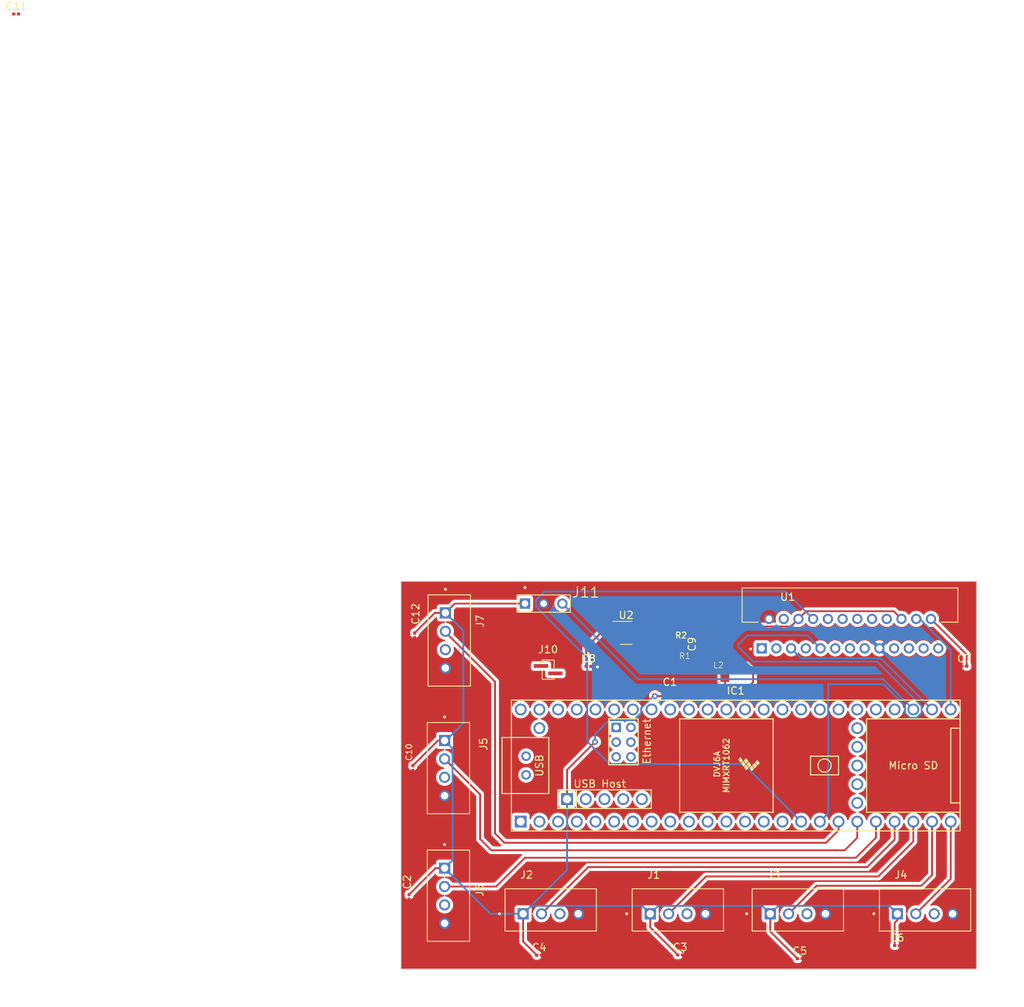
<source format=kicad_pcb>
(kicad_pcb (version 20221018) (generator pcbnew)
  (layers (0 "F.Cu" signal) (31 "B.Cu" signal) (34 "B.Paste" user) (35 "F.Paste" user) (36 "B.SilkS" user "B.Silkscreen") (37 "F.SilkS" user "F.Silkscreen") (38 "B.Mask" user) (39 "F.Mask" user) (44 "Edge.Cuts" user))
  (net 0 "")
  (net 1 "+5V")
  (net 12 "LF_LINE")
  (net 13 "RF_LINE")
  (net 14 "LF_LIR")
  (net 15 "RF_LIR")
  (net 16 "LS_SIR")
  (net 17 "RS_SIR")
  (net 45 "+12V")
  (net 46 "Net-(U2-VBST)")
  (net 47 "GNDS")
  (net 48 "B_LINE")
  (net 49 "M_SPD")
  (net 50 "M_REF")
  (net 51 "Net-(U1-VREG)")
  (net 52 "GND")
  (net 63 "M_IN1")
  (net 64 "M_IN2")
  (net 65 "Net-(J9-Pin_2)")
  (net 67 "Net-(J9-Pin_1)")
  (net 69 "Net-(J8-Pin_2)")
  (net 71 "Net-(J8-Pin_1)")
  (net 78 "Net-(U2-VFB)")
  (net 79 "IR_START")
  (footprint "Capacitor_SMD:C_0201_0603Metric" (layer "F.Cu") (at 0.725 0.375)
    (fp_text reference "C11" (at 0 -1.05) (layer "F.SilkS"))
    (fp_text value "0.1uF")
    (pad "1" smd roundrect (at -0.32 0) (size 0.46 0.4) (layers "F.Cu" "F.Mask") (net 1 "+5V"))
    (pad "2" smd roundrect (at 0.32 0) (size 0.46 0.4) (layers "F.Cu" "F.Mask") (net 47 "GNDS"))
  )
  (footprint "RoboJackets:INDC2012X145N" (layer "F.Cu") (at 96.139 90.424)
    (fp_text reference "L2" (at 0 -1.524 180) (layer "F.SilkS") (effects (font (size 0.8 0.8) (thickness 0.08) bold)))
    (fp_text value "4.7 uH")
    (pad "1" smd rect (at -0.86 0) (size 1.2 1.47) (layers "F.Cu" "F.Paste" "F.Mask") (net 47 "GNDS"))
    (pad "2" smd rect (at 0.86 0) (size 1.2 1.47) (layers "F.Cu" "F.Paste" "F.Mask") (net 1 "+5V"))
  )
  (footprint "RoboJackets:JST_B4B-XH-A_LF__SN_" (layer "F.Cu") (at 106.9188 122.157)
    (fp_text reference "J3" (at -3.275 -4.76) (layer "F.SilkS"))
    (fp_text value "Short IR Sensor 2")
    (fp_line (start -6.2 -2.875) (end 6.2 -2.875) (stroke (width 0.127)) (layer "F.SilkS"))
    (fp_line (start -6.2 2.875) (end -6.2 -2.875) (stroke (width 0.127)) (layer "F.SilkS"))
    (fp_line (start 6.2 -2.875) (end 6.2 2.875) (stroke (width 0.127)) (layer "F.SilkS"))
    (fp_line (start 6.2 2.875) (end -6.2 2.875) (stroke (width 0.127)) (layer "F.SilkS"))
    (fp_circle (center -6.95 0.525) (end -6.85 0.525) (stroke (width 0.2)) (fill none) (layer "F.SilkS"))
    (pad "1" thru_hole rect (at -3.75 0.525) (size 1.508 1.508) (drill 1) (layers "*.Cu" "*.Mask") (net 1 "+5V"))
    (pad "2" thru_hole circle (at -1.25 0.525) (size 1.508 1.508) (drill 1) (layers "*.Cu" "*.Mask") (net 16 "LS_SIR"))
    (pad "3" thru_hole circle (at 1.25 0.525) (size 1.508 1.508) (drill 1) (layers "*.Cu" "*.Mask"))
    (pad "4" thru_hole circle (at 3.75 0.525) (size 1.508 1.508) (drill 1) (layers "*.Cu" "*.Mask") (net 47 "GNDS"))
  )
  (footprint "Capacitor_SMD:C_0201_0603Metric" (layer "F.Cu") (at 54.864 84.836 -90)
    (fp_text reference "C12" (at -2.921 -0.127 90) (layer "F.SilkS"))
    (fp_text value "0.1uF")
    (pad "1" smd roundrect (at -0.32 0 270) (size 0.46 0.4) (layers "F.Cu" "F.Mask") (net 1 "+5V"))
    (pad "2" smd roundrect (at 0.32 0 270) (size 0.46 0.4) (layers "F.Cu" "F.Mask") (net 47 "GNDS"))
  )
  (footprint "Capacitor_SMD:C_0201_0603Metric" (layer "F.Cu") (at 71.7805 128.314)
    (fp_text reference "C4" (at 0 -1.05) (layer "F.SilkS"))
    (fp_text value "0.1uF")
    (pad "1" smd roundrect (at -0.32 0) (size 0.46 0.4) (layers "F.Cu" "F.Mask") (net 1 "+5V"))
    (pad "2" smd roundrect (at 0.32 0) (size 0.46 0.4) (layers "F.Cu" "F.Mask") (net 47 "GNDS"))
  )
  (footprint "Capacitor_SMD:C_0201_0603Metric" (layer "F.Cu") (at 54.102 120.396 -90)
    (fp_text reference "C2" (at -2.032 0.254 90) (layer "F.SilkS"))
    (fp_text value "0.1uF")
    (pad "1" smd roundrect (at -0.32 0 270) (size 0.46 0.4) (layers "F.Cu" "F.Mask") (net 1 "+5V"))
    (pad "2" smd roundrect (at 0.32 0 270) (size 0.46 0.4) (layers "F.Cu" "F.Mask") (net 47 "GNDS"))
  )
  (footprint "RoboJackets:JST_B4B-XH-A_LF__SN_" (layer "F.Cu") (at 124.2 122.157)
    (fp_text reference "J4" (at -3.275 -4.76) (layer "F.SilkS"))
    (fp_text value "Short IR Sensor 1")
    (fp_line (start -6.2 -2.875) (end 6.2 -2.875) (stroke (width 0.127)) (layer "F.SilkS"))
    (fp_line (start -6.2 2.875) (end -6.2 -2.875) (stroke (width 0.127)) (layer "F.SilkS"))
    (fp_line (start 6.2 -2.875) (end 6.2 2.875) (stroke (width 0.127)) (layer "F.SilkS"))
    (fp_line (start 6.2 2.875) (end -6.2 2.875) (stroke (width 0.127)) (layer "F.SilkS"))
    (fp_circle (center -6.95 0.525) (end -6.85 0.525) (stroke (width 0.2)) (fill none) (layer "F.SilkS"))
    (pad "1" thru_hole rect (at -3.75 0.525) (size 1.508 1.508) (drill 1) (layers "*.Cu" "*.Mask") (net 1 "+5V"))
    (pad "2" thru_hole circle (at -1.25 0.525) (size 1.508 1.508) (drill 1) (layers "*.Cu" "*.Mask") (net 17 "RS_SIR"))
    (pad "3" thru_hole circle (at 1.25 0.525) (size 1.508 1.508) (drill 1) (layers "*.Cu" "*.Mask"))
    (pad "4" thru_hole circle (at 3.75 0.525) (size 1.508 1.508) (drill 1) (layers "*.Cu" "*.Mask") (net 47 "GNDS"))
  )
  (footprint "Capacitor_SMD:C_0201_0603Metric" (layer "F.Cu") (at 107.188 128.778)
    (fp_text reference "C5" (at 0 -1.05) (layer "F.SilkS"))
    (fp_text value "0.1uF")
    (pad "1" smd roundrect (at -0.32 0) (size 0.46 0.4) (layers "F.Cu" "F.Mask") (net 1 "+5V"))
    (pad "2" smd roundrect (at 0.32 0) (size 0.46 0.4) (layers "F.Cu" "F.Mask") (net 47 "GNDS"))
  )
  (footprint "Capacitor_SMD:C_0201_0603Metric" (layer "F.Cu") (at 78.486 89.05)
    (fp_text reference "C8" (at 0 -1.05) (layer "F.SilkS"))
    (fp_text value ".1 uF")
    (pad "1" smd roundrect (at -0.32 0) (size 0.46 0.4) (layers "F.Cu" "F.Mask") (net 45 "+12V"))
    (pad "2" smd roundrect (at 0.32 0) (size 0.46 0.4) (layers "F.Cu" "F.Mask") (net 52 "GND"))
  )
  (footprint "RoboJackets:JST_B4B-XH-A_LF__SN_" (layer "F.Cu") (at 90.618 122.157)
    (fp_text reference "J1" (at -3.275 -4.76) (layer "F.SilkS"))
    (fp_text value "Long IR Sensor 1")
    (fp_line (start -6.2 -2.875) (end 6.2 -2.875) (stroke (width 0.127)) (layer "F.SilkS"))
    (fp_line (start -6.2 2.875) (end -6.2 -2.875) (stroke (width 0.127)) (layer "F.SilkS"))
    (fp_line (start 6.2 -2.875) (end 6.2 2.875) (stroke (width 0.127)) (layer "F.SilkS"))
    (fp_line (start 6.2 2.875) (end -6.2 2.875) (stroke (width 0.127)) (layer "F.SilkS"))
    (fp_circle (center -6.95 0.525) (end -6.85 0.525) (stroke (width 0.2)) (fill none) (layer "F.SilkS"))
    (pad "1" thru_hole rect (at -3.75 0.525) (size 1.508 1.508) (drill 1) (layers "*.Cu" "*.Mask") (net 1 "+5V"))
    (pad "2" thru_hole circle (at -1.25 0.525) (size 1.508 1.508) (drill 1) (layers "*.Cu" "*.Mask") (net 15 "RF_LIR"))
    (pad "3" thru_hole circle (at 1.25 0.525) (size 1.508 1.508) (drill 1) (layers "*.Cu" "*.Mask"))
    (pad "4" thru_hole circle (at 3.75 0.525) (size 1.508 1.508) (drill 1) (layers "*.Cu" "*.Mask") (net 47 "GNDS"))
  )
  (footprint "Capacitor_SMD:C_0201_0603Metric" (layer "F.Cu") (at 120.396 127)
    (fp_text reference "C6" (at 0 -1.05) (layer "F.SilkS"))
    (fp_text value "0.1uF")
    (pad "1" smd roundrect (at -0.32 0) (size 0.46 0.4) (layers "F.Cu" "F.Mask") (net 1 "+5V"))
    (pad "2" smd roundrect (at 0.32 0) (size 0.46 0.4) (layers "F.Cu" "F.Mask") (net 47 "GNDS"))
  )
  (footprint "RoboJackets:robo" (layer "F.Cu") (at 88.519 85.09)
    (fp_text reference "R2" (at 2.54 -0.254 unlocked) (layer "F.SilkS") (effects (font (size 0.8 0.8))))
    (fp_text value "50kΩ")
    (pad "1" smd rect (at -0.654399 0) (size 0.858799 0.550799) (layers "F.Cu" "F.Paste" "F.Mask") (net 78 "Net-(U2-VFB)"))
    (pad "2" smd rect (at 0.654399 0) (size 0.858799 0.550799) (layers "F.Cu" "F.Paste" "F.Mask") (net 47 "GNDS"))
    (zone (net 0) (net_name "") (layer "F.Cu") (connect_pads (clearance 0)) (min_thickness 0.254)
      (keepout (tracks not_allowed) (vias not_allowed) (pads allowed) (copperpour not_allowed) (footprints allowed))
      (fill (thermal_gap 0.508) (thermal_bridge_width 0.508))
      (polygon (pts (xy 88.3448 84.8908) (xy 88.6932 84.8908) (xy 88.6932 85.2892) (xy 88.3448 85.2892)))
    )
  )
  (footprint "RoboJackets:JST_B4B-XH-A_LF__SN_" (layer "F.Cu") (at 73.346 122.157)
    (fp_text reference "J2" (at -3.275 -4.76) (layer "F.SilkS"))
    (fp_text value "Long IR Sensor 2")
    (fp_line (start -6.2 -2.875) (end 6.2 -2.875) (stroke (width 0.127)) (layer "F.SilkS"))
    (fp_line (start -6.2 2.875) (end -6.2 -2.875) (stroke (width 0.127)) (layer "F.SilkS"))
    (fp_line (start 6.2 -2.875) (end 6.2 2.875) (stroke (width 0.127)) (layer "F.SilkS"))
    (fp_line (start 6.2 2.875) (end -6.2 2.875) (stroke (width 0.127)) (layer "F.SilkS"))
    (fp_circle (center -6.95 0.525) (end -6.85 0.525) (stroke (width 0.2)) (fill none) (layer "F.SilkS"))
    (pad "1" thru_hole rect (at -3.75 0.525) (size 1.508 1.508) (drill 1) (layers "*.Cu" "*.Mask") (net 1 "+5V"))
    (pad "2" thru_hole circle (at -1.25 0.525) (size 1.508 1.508) (drill 1) (layers "*.Cu" "*.Mask") (net 14 "LF_LIR"))
    (pad "3" thru_hole circle (at 1.25 0.525) (size 1.508 1.508) (drill 1) (layers "*.Cu" "*.Mask"))
    (pad "4" thru_hole circle (at 3.75 0.525) (size 1.508 1.508) (drill 1) (layers "*.Cu" "*.Mask") (net 47 "GNDS"))
  )
  (footprint "Connector_PinSocket_1.00mm:PinSocket_1x02_P1.00mm_Vertical_SMD_Pin1Left" (layer "F.Cu") (at 73 89.5)
    (fp_text reference "J10" (at 0 -2.75) (layer "F.SilkS"))
    (fp_text value "Battery Socket")
    (fp_line (start -1.89 -1.01) (end -0.81 -1.01) (stroke (width 0.12)) (layer "F.SilkS"))
    (fp_line (start -0.81 -1.31) (end -0.81 -1.01) (stroke (width 0.12)) (layer "F.SilkS"))
    (fp_line (start -0.81 -1.31) (end 0.81 -1.31) (stroke (width 0.12)) (layer "F.SilkS"))
    (fp_line (start -0.81 0.01) (end -0.81 1.31) (stroke (width 0.12)) (layer "F.SilkS"))
    (fp_line (start -0.81 1.31) (end 0.81 1.31) (stroke (width 0.12)) (layer "F.SilkS"))
    (fp_line (start 0.81 -1.31) (end 0.81 -0.01) (stroke (width 0.12)) (layer "F.SilkS"))
    (fp_line (start 0.81 1.01) (end 0.81 1.31) (stroke (width 0.12)) (layer "F.SilkS"))
    (pad "1" smd rect (at -0.975 -0.5) (size 1.95 0.5) (layers "F.Cu" "F.Paste" "F.Mask"))
    (pad "2" smd rect (at 0.975 0.5) (size 1.95 0.5) (layers "F.Cu" "F.Paste" "F.Mask"))
  )
  (footprint "RoboJackets:JST_B4B-XH-A_LF__SN_" (layer "F.Cu") (at 59.453 120.2242 -90)
    (fp_text reference "J6" (at -0.75 -4.25 90) (layer "F.SilkS"))
    (fp_text value "Line Sensor 2")
    (fp_line (start -6.2 -2.875) (end 6.2 -2.875) (stroke (width 0.127)) (layer "F.SilkS"))
    (fp_line (start -6.2 2.875) (end -6.2 -2.875) (stroke (width 0.127)) (layer "F.SilkS"))
    (fp_line (start 6.2 -2.875) (end 6.2 2.875) (stroke (width 0.127)) (layer "F.SilkS"))
    (fp_line (start 6.2 2.875) (end -6.2 2.875) (stroke (width 0.127)) (layer "F.SilkS"))
    (fp_circle (center -6.95 0.525) (end -6.85 0.525) (stroke (width 0.2)) (fill none) (layer "F.SilkS"))
    (pad "1" thru_hole rect (at -3.75 0.525 270) (size 1.508 1.508) (drill 1) (layers "*.Cu" "*.Mask") (net 1 "+5V"))
    (pad "2" thru_hole circle (at -1.25 0.525 270) (size 1.508 1.508) (drill 1) (layers "*.Cu" "*.Mask") (net 13 "RF_LINE"))
    (pad "3" thru_hole circle (at 1.25 0.525 270) (size 1.508 1.508) (drill 1) (layers "*.Cu" "*.Mask"))
    (pad "4" thru_hole circle (at 3.75 0.525 270) (size 1.508 1.508) (drill 1) (layers "*.Cu" "*.Mask") (net 47 "GNDS"))
  )
  (footprint "RoboJackets:JST_B4B-XH-A_LF__SN_" (layer "F.Cu") (at 59.453 102.8811 -90)
    (fp_text reference "J5" (at -3.275 -4.76 90) (layer "F.SilkS"))
    (fp_text value "Line Sensor 1")
    (fp_line (start -6.2 -2.875) (end 6.2 -2.875) (stroke (width 0.127)) (layer "F.SilkS"))
    (fp_line (start -6.2 2.875) (end -6.2 -2.875) (stroke (width 0.127)) (layer "F.SilkS"))
    (fp_line (start 6.2 -2.875) (end 6.2 2.875) (stroke (width 0.127)) (layer "F.SilkS"))
    (fp_line (start 6.2 2.875) (end -6.2 2.875) (stroke (width 0.127)) (layer "F.SilkS"))
    (fp_circle (center -6.95 0.525) (end -6.85 0.525) (stroke (width 0.2)) (fill none) (layer "F.SilkS"))
    (pad "1" thru_hole rect (at -3.75 0.525 270) (size 1.508 1.508) (drill 1) (layers "*.Cu" "*.Mask") (net 1 "+5V"))
    (pad "2" thru_hole circle (at -1.25 0.525 270) (size 1.508 1.508) (drill 1) (layers "*.Cu" "*.Mask") (net 12 "LF_LINE"))
    (pad "3" thru_hole circle (at 1.25 0.525 270) (size 1.508 1.508) (drill 1) (layers "*.Cu" "*.Mask"))
    (pad "4" thru_hole circle (at 3.75 0.525 270) (size 1.508 1.508) (drill 1) (layers "*.Cu" "*.Mask") (net 47 "GNDS"))
  )
  (footprint "Capacitor_SMD:C_0201_0603Metric" (layer "F.Cu") (at 90.932 128.27)
    (fp_text reference "C3" (at 0 -1.05) (layer "F.SilkS"))
    (fp_text value "0.1uF")
    (pad "1" smd roundrect (at -0.32 0) (size 0.46 0.4) (layers "F.Cu" "F.Mask") (net 1 "+5V"))
    (pad "2" smd roundrect (at 0.32 0) (size 0.46 0.4) (layers "F.Cu" "F.Mask") (net 47 "GNDS"))
  )
  (footprint "RoboJackets:TO100P2930X465X1937-25" (layer "F.Cu") (at 102 86.6)
    (fp_text reference "U1" (at 3.537 -6.971) (layer "F.SilkS"))
    (fp_text value "TB67H303HG (MD)")
    (fp_line (start -2.65 -8.21) (end 26.65 -8.21) (stroke (width 0.127)) (layer "F.SilkS"))
    (fp_line (start -2.65 -3.56) (end -2.65 -8.21) (stroke (width 0.127)) (layer "F.SilkS"))
    (fp_line (start -2.65 -3.56) (end -0.5 -3.56) (stroke (width 0.127)) (layer "F.SilkS"))
    (fp_line (start 26.65 -8.21) (end 26.65 -3.56) (stroke (width 0.127)) (layer "F.SilkS"))
    (fp_line (start 26.65 -3.56) (end 24.4 -3.56) (stroke (width 0.127)) (layer "F.SilkS"))
    (fp_circle (center -1.5 0.1) (end -1.4 0.1) (stroke (width 0.2)) (fill none) (layer "F.SilkS"))
    (pad "1" thru_hole rect (at 0 0) (size 1.388 1.388) (drill 0.88) (layers "*.Cu" "*.Mask"))
    (pad "2" thru_hole circle (at 1 -4) (size 1.388 1.388) (drill 0.88) (layers "*.Cu" "*.Mask") (net 47 "GNDS"))
    (pad "3" thru_hole circle (at 2 0) (size 1.388 1.388) (drill 0.88) (layers "*.Cu" "*.Mask"))
    (pad "4" thru_hole circle (at 3 -4) (size 1.388 1.388) (drill 0.88) (layers "*.Cu" "*.Mask"))
    (pad "5" thru_hole circle (at 4 0) (size 1.388 1.388) (drill 0.88) (layers "*.Cu" "*.Mask") (net 50 "M_REF"))
    (pad "6" thru_hole circle (at 5 -4) (size 1.388 1.388) (drill 0.88) (layers "*.Cu" "*.Mask") (net 45 "+12V"))
    (pad "7" thru_hole circle (at 6 0) (size 1.388 1.388) (drill 0.88) (layers "*.Cu" "*.Mask"))
    (pad "8" thru_hole circle (at 7 -4) (size 1.388 1.388) (drill 0.88) (layers "*.Cu" "*.Mask") (net 63 "M_IN1"))
    (pad "9" thru_hole circle (at 8 0) (size 1.388 1.388) (drill 0.88) (layers "*.Cu" "*.Mask") (net 64 "M_IN2"))
    (pad "10" thru_hole circle (at 9 -4) (size 1.388 1.388) (drill 0.88) (layers "*.Cu" "*.Mask") (net 65 "Net-(J9-Pin_2)"))
    (pad "11" thru_hole circle (at 10 0) (size 1.388 1.388) (drill 0.88) (layers "*.Cu" "*.Mask"))
    (pad "12" thru_hole circle (at 11 -4) (size 1.388 1.388) (drill 0.88) (layers "*.Cu" "*.Mask") (net 67 "Net-(J9-Pin_1)"))
    (pad "13" thru_hole circle (at 12 0) (size 1.388 1.388) (drill 0.88) (layers "*.Cu" "*.Mask"))
    (pad "14" thru_hole circle (at 13 -4) (size 1.388 1.388) (drill 0.88) (layers "*.Cu" "*.Mask") (net 69 "Net-(J8-Pin_2)"))
    (pad "15" thru_hole circle (at 14 0) (size 1.388 1.388) (drill 0.88) (layers "*.Cu" "*.Mask"))
    (pad "16" thru_hole circle (at 15 -4) (size 1.388 1.388) (drill 0.88) (layers "*.Cu" "*.Mask") (net 71 "Net-(J8-Pin_1)"))
    (pad "17" thru_hole circle (at 16 0) (size 1.388 1.388) (drill 0.88) (layers "*.Cu" "*.Mask") (net 52 "GND"))
    (pad "18" thru_hole circle (at 17 -4) (size 1.388 1.388) (drill 0.88) (layers "*.Cu" "*.Mask"))
    (pad "19" thru_hole circle (at 18 0) (size 1.388 1.388) (drill 0.88) (layers "*.Cu" "*.Mask"))
    (pad "20" thru_hole circle (at 19 -4) (size 1.388 1.388) (drill 0.88) (layers "*.Cu" "*.Mask") (net 45 "+12V"))
    (pad "21" thru_hole circle (at 20 0) (size 1.388 1.388) (drill 0.88) (layers "*.Cu" "*.Mask"))
    (pad "22" thru_hole circle (at 21 -4) (size 1.388 1.388) (drill 0.88) (layers "*.Cu" "*.Mask") (net 49 "M_SPD"))
    (pad "23" thru_hole circle (at 22 0) (size 1.388 1.388) (drill 0.88) (layers "*.Cu" "*.Mask"))
    (pad "24" thru_hole circle (at 23 -4) (size 1.388 1.388) (drill 0.88) (layers "*.Cu" "*.Mask") (net 51 "Net-(U1-VREG)"))
    (pad "25" thru_hole circle (at 24 0) (size 1.388 1.388) (drill 0.88) (layers "*.Cu" "*.Mask"))
  )
  (footprint "Capacitor_SMD:C_0201_0603Metric" (layer "F.Cu") (at 89.408 92.202 180)
    (fp_text reference "C1" (at -0.127 1.016) (layer "F.SilkS"))
    (fp_text value ".1 uF")
    (pad "1" smd roundrect (at -0.32 0 180) (size 0.46 0.4) (layers "F.Cu" "F.Mask") (net 1 "+5V"))
    (pad "2" smd roundrect (at 0.32 0 180) (size 0.46 0.4) (layers "F.Cu" "F.Mask") (net 47 "GNDS"))
  )
  (footprint "Capacitor_SMD:C_0201_0603Metric" (layer "F.Cu") (at 93.599 86.04 90)
    (fp_text reference "C9" (at 0 -1.05 90) (layer "F.SilkS"))
    (fp_text value ".1 uF")
    (pad "1" smd roundrect (at -0.32 0 90) (size 0.46 0.4) (layers "F.Cu" "F.Mask") (net 47 "GNDS"))
    (pad "2" smd roundrect (at 0.32 0 90) (size 0.46 0.4) (layers "F.Cu" "F.Mask") (net 46 "Net-(U2-VBST)"))
  )
  (footprint "RoboJackets:JST_B4B-XH-A_LF__SN_" (layer "F.Cu") (at 59.563 85.531 -90)
    (fp_text reference "J7" (at -2.6235 -4.191 90) (layer "F.SilkS"))
    (fp_text value "Line Sensor 3")
    (fp_line (start -6.2 -2.875) (end 6.2 -2.875) (stroke (width 0.127)) (layer "F.SilkS"))
    (fp_line (start -6.2 2.875) (end -6.2 -2.875) (stroke (width 0.127)) (layer "F.SilkS"))
    (fp_line (start 6.2 -2.875) (end 6.2 2.875) (stroke (width 0.127)) (layer "F.SilkS"))
    (fp_line (start 6.2 2.875) (end -6.2 2.875) (stroke (width 0.127)) (layer "F.SilkS"))
    (fp_circle (center -6.95 0.525) (end -6.85 0.525) (stroke (width 0.2)) (fill none) (layer "F.SilkS"))
    (pad "1" thru_hole rect (at -3.75 0.525 270) (size 1.508 1.508) (drill 1) (layers "*.Cu" "*.Mask") (net 1 "+5V"))
    (pad "2" thru_hole circle (at -1.25 0.525 270) (size 1.508 1.508) (drill 1) (layers "*.Cu" "*.Mask") (net 48 "B_LINE"))
    (pad "3" thru_hole circle (at 1.25 0.525 270) (size 1.508 1.508) (drill 1) (layers "*.Cu" "*.Mask"))
    (pad "4" thru_hole circle (at 3.75 0.525 270) (size 1.508 1.508) (drill 1) (layers "*.Cu" "*.Mask") (net 47 "GNDS"))
  )
  (footprint "RoboJackets:TE_5-146280-3" (layer "F.Cu") (at 72.39 80.518)
    (fp_text reference "J11" (at 5.715 -1.524) (layer "F.SilkS") (effects (font (size 1.40252 1.40252))))
    (fp_text value "IR Start Module")
    (fp_line (start -3.61 -1.17) (end 3.61 -1.17) (stroke (width 0.127)) (layer "F.SilkS"))
    (fp_line (start -3.61 1.17) (end -3.61 -1.17) (stroke (width 0.127)) (layer "F.SilkS"))
    (fp_line (start 3.61 -1.17) (end 3.61 1.17) (stroke (width 0.127)) (layer "F.SilkS"))
    (fp_line (start 3.61 1.17) (end -3.61 1.17) (stroke (width 0.127)) (layer "F.SilkS"))
    (fp_circle (center -2.54 -2.17) (end -2.44 -2.17) (stroke (width 0.2)) (fill none) (layer "F.SilkS"))
    (pad "1" thru_hole rect (at -2.54 0) (size 1.398 1.398) (drill 0.89) (layers "*.Cu" "*.Mask") (net 1 "+5V"))
    (pad "2" thru_hole circle (at 0 0) (size 1.398 1.398) (drill 0.89) (layers "*.Cu" "*.Mask") (net 47 "GNDS"))
    (pad "3" thru_hole circle (at 2.54 0) (size 1.398 1.398) (drill 0.89) (layers "*.Cu" "*.Mask") (net 79 "IR_START"))
  )
  (footprint "RoboJackets:RESC1608X50N" (layer "F.Cu") (at 91.567 88.9)
    (fp_text reference "R1" (at 0 -1.27 180) (layer "F.SilkS") (effects (font (size 0.8 0.8) (thickness 0.08))))
    (fp_text value "5kΩ")
    (pad "1" smd rect (at -0.79 0) (size 0.94 1.02) (layers "F.Cu" "F.Paste" "F.Mask") (net 78 "Net-(U2-VFB)"))
    (pad "2" smd rect (at 0.79 0) (size 0.94 1.02) (layers "F.Cu" "F.Paste" "F.Mask") (net 1 "+5V"))
  )
  (footprint "Capacitor_SMD:C_0201_0603Metric" (layer "F.Cu") (at 54.61 102.87 -90)
    (fp_text reference "C10" (at -2.159 0.508 90) (layer "F.SilkS") (effects (font (size 0.8 0.8) (thickness 0.125))))
    (fp_text value "0.1uF")
    (pad "1" smd roundrect (at -0.32 0 270) (size 0.46 0.4) (layers "F.Cu" "F.Mask") (net 1 "+5V"))
    (pad "2" smd roundrect (at 0.32 0 270) (size 0.46 0.4) (layers "F.Cu" "F.Mask") (net 47 "GNDS"))
  )
  (footprint "Capacitor_SMD:C_0201_0603Metric" (layer "F.Cu") (at 129.54 89.027)
    (fp_text reference "C7" (at 0 -1.05) (layer "F.SilkS"))
    (fp_text value "0.1uF")
    (pad "1" smd roundrect (at -0.32 0) (size 0.46 0.4) (layers "F.Cu" "F.Mask") (net 47 "GNDS"))
    (pad "2" smd roundrect (at 0.32 0) (size 0.46 0.4) (layers "F.Cu" "F.Mask") (net 51 "Net-(U1-VREG)"))
  )
  (footprint "Package_TO_SOT_SMD:SOT-23-6" (layer "F.Cu") (at 83.595 84.5)
    (fp_text reference "U2" (at 0 -2.4) (layer "F.SilkS"))
    (fp_text value "TPS562200 (VR)")
    (fp_line (start 0 -1.56) (end -1.8 -1.56) (stroke (width 0.12)) (layer "F.SilkS"))
    (fp_line (start 0 -1.56) (end 0.8 -1.56) (stroke (width 0.12)) (layer "F.SilkS"))
    (fp_line (start 0 1.56) (end -0.8 1.56) (stroke (width 0.12)) (layer "F.SilkS"))
    (fp_line (start 0 1.56) (end 0.8 1.56) (stroke (width 0.12)) (layer "F.SilkS"))
    (pad "1" smd roundrect (at -1.1375 -0.95) (size 1.325 0.6) (layers "F.Cu" "F.Paste" "F.Mask") (net 47 "GNDS"))
    (pad "2" smd roundrect (at -1.1375 0) (size 1.325 0.6) (layers "F.Cu" "F.Paste" "F.Mask") (net 47 "GNDS"))
    (pad "3" smd roundrect (at -1.1375 0.95) (size 1.325 0.6) (layers "F.Cu" "F.Paste" "F.Mask") (net 45 "+12V"))
    (pad "4" smd roundrect (at 1.1375 0.95) (size 1.325 0.6) (layers "F.Cu" "F.Paste" "F.Mask") (net 78 "Net-(U2-VFB)"))
    (pad "5" smd roundrect (at 1.1375 0) (size 1.325 0.6) (layers "F.Cu" "F.Paste" "F.Mask") (net 45 "+12V"))
    (pad "6" smd roundrect (at 1.1375 -0.95) (size 1.325 0.6) (layers "F.Cu" "F.Paste" "F.Mask") (net 46 "Net-(U2-VBST)"))
  )
  (footprint "Teensy Lib:TEENSY41" (layer "F.Cu") (at 98.48 102.53)
    (fp_text reference "IC1" (at 0 -10.16) (layer "F.SilkS"))
    (fp_text value "TEENSY_4.1")
    (fp_text user "Micro SD" (at 24.13 0) (layer "F.SilkS"))
    (fp_text user "Ethernet" (at -12.065 -3.2766 90) (layer "F.SilkS"))
    (fp_text user "USB Host" (at -18.4658 2.4892) (layer "F.SilkS"))
    (fp_text user "DVJ6A" (at -2.54 -0.18 270) (layer "F.SilkS") (effects (font (size 0.8 0.8))))
    (fp_text user "USB" (at -26.67 0 270) (layer "F.SilkS"))
    (fp_text user "MIMXRT1062" (at -1.27 0 270) (layer "F.SilkS") (effects (font (size 0.8 0.8))))
    (fp_line (start -31.75 -3.81) (end -30.48 -3.81) (stroke (width 0.15)) (layer "F.SilkS"))
    (fp_line (start -31.75 3.81) (end -31.75 -3.81) (stroke (width 0.15)) (layer "F.SilkS"))
    (fp_line (start -30.48 -8.89) (end 30.48 -8.89) (stroke (width 0.15)) (layer "F.SilkS"))
    (fp_line (start -30.48 3.81) (end -31.75 3.81) (stroke (width 0.15)) (layer "F.SilkS"))
    (fp_line (start -30.48 8.89) (end -30.48 -8.89) (stroke (width 0.15)) (layer "F.SilkS"))
    (fp_line (start -25.4 -3.81) (end -30.48 -3.81) (stroke (width 0.15)) (layer "F.SilkS"))
    (fp_line (start -25.4 3.81) (end -30.48 3.81) (stroke (width 0.15)) (layer "F.SilkS"))
    (fp_line (start -25.4 3.81) (end -25.4 -3.81) (stroke (width 0.15)) (layer "F.SilkS"))
    (fp_line (start -24.1808 3.2992) (end -21.6408 3.2992) (stroke (width 0.15)) (layer "F.SilkS"))
    (fp_line (start -24.1808 3.2992) (end -11.4808 3.2992) (stroke (width 0.15)) (layer "F.SilkS"))
    (fp_line (start -24.1808 5.8392) (end -24.1808 3.2992) (stroke (width 0.15)) (layer "F.SilkS"))
    (fp_line (start -21.6408 3.2992) (end -21.6408 5.8392) (stroke (width 0.15)) (layer "F.SilkS"))
    (fp_line (start -17.25 -6.3516) (end -17.25 -6.1016) (stroke (width 0.15)) (layer "F.SilkS"))
    (fp_line (start -17.25 -6.1016) (end -17.25 -0.1016) (stroke (width 0.15)) (layer "F.SilkS"))
    (fp_line (start -17.25 -0.1016) (end -13.25 -0.1016) (stroke (width 0.15)) (layer "F.SilkS"))
    (fp_line (start -13.25 -6.3516) (end -17.25 -6.3516) (stroke (width 0.15)) (layer "F.SilkS"))
    (fp_line (start -13.25 -0.1016) (end -13.25 -6.3516) (stroke (width 0.15)) (layer "F.SilkS"))
    (fp_line (start -11.4808 3.2992) (end -11.4808 5.8392) (stroke (width 0.15)) (layer "F.SilkS"))
    (fp_line (start -11.4808 5.8392) (end -24.1808 5.8392) (stroke (width 0.15)) (layer "F.SilkS"))
    (fp_line (start -7.62 -6.35) (end -7.62 6.35) (stroke (width 0.15)) (layer "F.SilkS"))
    (fp_line (start -7.62 6.35) (end 5.08 6.35) (stroke (width 0.15)) (layer "F.SilkS"))
    (fp_line (start 5.08 -6.35) (end -7.62 -6.35) (stroke (width 0.15)) (layer "F.SilkS"))
    (fp_line (start 5.08 6.35) (end 5.08 -6.35) (stroke (width 0.15)) (layer "F.SilkS"))
    (fp_line (start 10.16 -1.27) (end 13.97 -1.27) (stroke (width 0.15)) (layer "F.SilkS"))
    (fp_line (start 10.16 1.27) (end 10.16 -1.27) (stroke (width 0.15)) (layer "F.SilkS"))
    (fp_line (start 13.97 -1.27) (end 13.97 1.27) (stroke (width 0.15)) (layer "F.SilkS"))
    (fp_line (start 13.97 1.27) (end 10.16 1.27) (stroke (width 0.15)) (layer "F.SilkS"))
    (fp_line (start 17.78 -6.35) (end 17.78 6.35) (stroke (width 0.15)) (layer "F.SilkS"))
    (fp_line (start 17.78 6.35) (end 30.48 6.35) (stroke (width 0.15)) (layer "F.SilkS"))
    (fp_line (start 29.21 -5.08) (end 29.21 5.08) (stroke (width 0.15)) (layer "F.SilkS"))
    (fp_line (start 29.21 5.08) (end 30.48 5.08) (stroke (width 0.15)) (layer "F.SilkS"))
    (fp_line (start 30.48 -8.89) (end 30.48 8.89) (stroke (width 0.15)) (layer "F.SilkS"))
    (fp_line (start 30.48 -6.35) (end 17.78 -6.35) (stroke (width 0.15)) (layer "F.SilkS"))
    (fp_line (start 30.48 -5.08) (end 29.21 -5.08) (stroke (width 0.15)) (layer "F.SilkS"))
    (fp_line (start 30.48 8.89) (end -30.48 8.89) (stroke (width 0.15)) (layer "F.SilkS"))
    (fp_circle (center 12.065 0) (end 12.7 -0.635) (stroke (width 0.15)) (fill none) (layer "F.SilkS"))
    (fp_poly (pts (xy 0.911 -0.688) (xy 0.657 -0.434) (xy 0.403 -0.815) (xy 0.657 -1.069)) (stroke (width 0.1)) (fill solid) (layer "F.SilkS"))
    (fp_poly (pts (xy 1.292 -0.18) (xy 1.038 0.074) (xy 0.784 -0.307) (xy 1.038 -0.561)) (stroke (width 0.1)) (fill solid) (layer "F.SilkS"))
    (fp_poly (pts (xy 1.673 -0.561) (xy 1.419 -0.307) (xy 1.165 -0.688) (xy 1.419 -0.942)) (stroke (width 0.1)) (fill solid) (layer "F.SilkS"))
    (fp_poly (pts (xy 1.673 0.328) (xy 1.419 0.582) (xy 1.165 0.201) (xy 1.419 -0.053)) (stroke (width 0.1)) (fill solid) (layer "F.SilkS"))
    (fp_poly (pts (xy 2.054 -0.053) (xy 1.8 0.201) (xy 1.546 -0.18) (xy 1.8 -0.434)) (stroke (width 0.1)) (fill solid) (layer "F.SilkS"))
    (fp_poly (pts (xy 2.435 0.455) (xy 2.181 0.709) (xy 1.927 0.328) (xy 2.181 0.074)) (stroke (width 0.1)) (fill solid) (layer "F.SilkS"))
    (fp_poly (pts (xy 2.816 0.074) (xy 2.562 0.328) (xy 2.308 -0.053) (xy 2.562 -0.307)) (stroke (width 0.1)) (fill solid) (layer "F.SilkS"))
    (fp_poly (pts (xy 3.197 -0.307) (xy 2.943 -0.053) (xy 2.689 -0.434) (xy 2.943 -0.688)) (stroke (width 0.1)) (fill solid) (layer "F.SilkS"))
    (pad "1" thru_hole rect (at -29.21 7.62) (size 1.6 1.6) (drill 1.1) (layers "*.Cu" "*.Mask"))
    (pad "2" thru_hole circle (at -26.67 7.62) (size 1.6 1.6) (drill 1.1) (layers "*.Cu" "*.Mask"))
    (pad "3" thru_hole circle (at -24.13 7.62) (size 1.6 1.6) (drill 1.1) (layers "*.Cu" "*.Mask"))
    (pad "4" thru_hole circle (at -21.59 7.62) (size 1.6 1.6) (drill 1.1) (layers "*.Cu" "*.Mask"))
    (pad "5" thru_hole circle (at -19.05 7.62) (size 1.6 1.6) (drill 1.1) (layers "*.Cu" "*.Mask"))
    (pad "6" thru_hole circle (at -16.51 7.62) (size 1.6 1.6) (drill 1.1) (layers "*.Cu" "*.Mask"))
    (pad "7" thru_hole circle (at -13.97 7.62) (size 1.6 1.6) (drill 1.1) (layers "*.Cu" "*.Mask"))
    (pad "8" thru_hole circle (at -11.43 7.62) (size 1.6 1.6) (drill 1.1) (layers "*.Cu" "*.Mask"))
    (pad "9" thru_hole circle (at -8.89 7.62) (size 1.6 1.6) (drill 1.1) (layers "*.Cu" "*.Mask"))
    (pad "10" thru_hole circle (at -6.35 7.62) (size 1.6 1.6) (drill 1.1) (layers "*.Cu" "*.Mask"))
    (pad "11" thru_hole circle (at -3.81 7.62) (size 1.6 1.6) (drill 1.1) (layers "*.Cu" "*.Mask"))
    (pad "12" thru_hole circle (at -1.27 7.62) (size 1.6 1.6) (drill 1.1) (layers "*.Cu" "*.Mask"))
    (pad "13" thru_hole circle (at 1.27 7.62) (size 1.6 1.6) (drill 1.1) (layers "*.Cu" "*.Mask"))
    (pad "14" thru_hole circle (at 3.81 7.62) (size 1.6 1.6) (drill 1.1) (layers "*.Cu" "*.Mask"))
    (pad "15" thru_hole circle (at 6.35 7.62) (size 1.6 1.6) (drill 1.1) (layers "*.Cu" "*.Mask"))
    (pad "16" thru_hole circle (at 8.89 7.62) (size 1.6 1.6) (drill 1.1) (layers "*.Cu" "*.Mask") (net 63 "M_IN1"))
    (pad "17" thru_hole circle (at 11.43 7.62) (size 1.6 1.6) (drill 1.1) (layers "*.Cu" "*.Mask") (net 64 "M_IN2"))
    (pad "18" thru_hole circle (at 13.97 7.62) (size 1.6 1.6) (drill 1.1) (layers "*.Cu" "*.Mask") (net 48 "B_LINE"))
    (pad "19" thru_hole circle (at 16.51 7.62) (size 1.6 1.6) (drill 1.1) (layers "*.Cu" "*.Mask") (net 12 "LF_LINE"))
    (pad "20" thru_hole circle (at 19.05 7.62) (size 1.6 1.6) (drill 1.1) (layers "*.Cu" "*.Mask") (net 13 "RF_LINE"))
    (pad "21" thru_hole circle (at 21.59 7.62) (size 1.6 1.6) (drill 1.1) (layers "*.Cu" "*.Mask") (net 14 "LF_LIR"))
    (pad "22" thru_hole circle (at 24.13 7.62) (size 1.6 1.6) (drill 1.1) (layers "*.Cu" "*.Mask") (net 15 "RF_LIR"))
    (pad "23" thru_hole circle (at 26.67 7.62) (size 1.6 1.6) (drill 1.1) (layers "*.Cu" "*.Mask") (net 16 "LS_SIR"))
    (pad "24" thru_hole circle (at 29.21 7.62) (size 1.6 1.6) (drill 1.1) (layers "*.Cu" "*.Mask") (net 17 "RS_SIR"))
    (pad "25" thru_hole circle (at 29.21 -7.62) (size 1.6 1.6) (drill 1.1) (layers "*.Cu" "*.Mask") (net 49 "M_SPD"))
    (pad "26" thru_hole circle (at 26.67 -7.62) (size 1.6 1.6) (drill 1.1) (layers "*.Cu" "*.Mask") (net 50 "M_REF"))
    (pad "27" thru_hole circle (at 24.13 -7.62) (size 1.6 1.6) (drill 1.1) (layers "*.Cu" "*.Mask") (net 79 "IR_START"))
    (pad "28" thru_hole circle (at 21.59 -7.62) (size 1.6 1.6) (drill 1.1) (layers "*.Cu" "*.Mask"))
    (pad "29" thru_hole circle (at 19.05 -7.62) (size 1.6 1.6) (drill 1.1) (layers "*.Cu" "*.Mask"))
    (pad "30" thru_hole circle (at 16.51 -7.62) (size 1.6 1.6) (drill 1.1) (layers "*.Cu" "*.Mask"))
    (pad "31" thru_hole circle (at 13.97 -7.62) (size 1.6 1.6) (drill 1.1) (layers "*.Cu" "*.Mask"))
    (pad "32" thru_hole circle (at 11.43 -7.62) (size 1.6 1.6) (drill 1.1) (layers "*.Cu" "*.Mask"))
    (pad "33" thru_hole circle (at 8.89 -7.62) (size 1.6 1.6) (drill 1.1) (layers "*.Cu" "*.Mask"))
    (pad "34" thru_hole circle (at 6.35 -7.62) (size 1.6 1.6) (drill 1.1) (layers "*.Cu" "*.Mask"))
    (pad "35" thru_hole circle (at 3.81 -7.62) (size 1.6 1.6) (drill 1.1) (layers "*.Cu" "*.Mask"))
    (pad "36" thru_hole circle (at 1.27 -7.62) (size 1.6 1.6) (drill 1.1) (layers "*.Cu" "*.Mask"))
    (pad "37" thru_hole circle (at -1.27 -7.62) (size 1.6 1.6) (drill 1.1) (layers "*.Cu" "*.Mask"))
    (pad "38" thru_hole circle (at -3.81 -7.62) (size 1.6 1.6) (drill 1.1) (layers "*.Cu" "*.Mask"))
    (pad "39" thru_hole circle (at -6.35 -7.62) (size 1.6 1.6) (drill 1.1) (layers "*.Cu" "*.Mask"))
    (pad "40" thru_hole circle (at -8.89 -7.62) (size 1.6 1.6) (drill 1.1) (layers "*.Cu" "*.Mask"))
    (pad "41" thru_hole circle (at -11.43 -7.62) (size 1.6 1.6) (drill 1.1) (layers "*.Cu" "*.Mask"))
    (pad "42" thru_hole circle (at -13.97 -7.62) (size 1.6 1.6) (drill 1.1) (layers "*.Cu" "*.Mask"))
    (pad "43" thru_hole circle (at -16.51 -7.62) (size 1.6 1.6) (drill 1.1) (layers "*.Cu" "*.Mask"))
    (pad "44" thru_hole circle (at -19.05 -7.62) (size 1.6 1.6) (drill 1.1) (layers "*.Cu" "*.Mask"))
    (pad "45" thru_hole circle (at -21.59 -7.62) (size 1.6 1.6) (drill 1.1) (layers "*.Cu" "*.Mask"))
    (pad "46" thru_hole circle (at -24.13 -7.62) (size 1.6 1.6) (drill 1.1) (layers "*.Cu" "*.Mask"))
    (pad "47" thru_hole circle (at -26.67 -7.62) (size 1.6 1.6) (drill 1.1) (layers "*.Cu" "*.Mask"))
    (pad "48" thru_hole circle (at -29.21 -7.62) (size 1.6 1.6) (drill 1.1) (layers "*.Cu" "*.Mask"))
    (pad "49" thru_hole circle (at -26.67 -5.08) (size 1.6 1.6) (drill 1.1) (layers "*.Cu" "*.Mask"))
    (pad "50" thru_hole circle (at 16.51 5.08) (size 1.6 1.6) (drill 1.1) (layers "*.Cu" "*.Mask"))
    (pad "51" thru_hole circle (at 16.51 2.54) (size 1.6 1.6) (drill 1.1) (layers "*.Cu" "*.Mask"))
    (pad "52" thru_hole circle (at 16.51 0) (size 1.6 1.6) (drill 1.1) (layers "*.Cu" "*.Mask"))
    (pad "53" thru_hole circle (at 16.51 -2.54) (size 1.6 1.6) (drill 1.1) (layers "*.Cu" "*.Mask"))
    (pad "54" thru_hole circle (at 16.51 -5.08) (size 1.6 1.6) (drill 1.1) (layers "*.Cu" "*.Mask"))
    (pad "55" thru_hole rect (at -22.9108 4.5692) (size 1.6 1.6) (drill 1.1) (layers "*.Cu" "*.Mask") (net 1 "+5V"))
    (pad "56" thru_hole circle (at -20.3708 4.5692) (size 1.6 1.6) (drill 1.1) (layers "*.Cu" "*.Mask"))
    (pad "57" thru_hole circle (at -17.8308 4.5692) (size 1.6 1.6) (drill 1.1) (layers "*.Cu" "*.Mask"))
    (pad "58" thru_hole circle (at -15.2908 4.5692) (size 1.6 1.6) (drill 1.1) (layers "*.Cu" "*.Mask"))
    (pad "59" thru_hole circle (at -12.7508 4.5692) (size 1.6 1.6) (drill 1.1) (layers "*.Cu" "*.Mask"))
    (pad "60" thru_hole rect (at -16.24 -5.1816) (size 1.3 1.3) (drill 0.8) (layers "*.Cu" "*.Mask"))
    (pad "61" thru_hole circle (at -16.24 -3.1816) (size 1.3 1.3) (drill 0.8) (layers "*.Cu" "*.Mask"))
    (pad "62" thru_hole circle (at -16.24 -1.1816) (size 1.3 1.3) (drill 0.8) (layers "*.Cu" "*.Mask"))
    (pad "63" thru_hole circle (at -14.24 -1.1816) (size 1.3 1.3) (drill 0.8) (layers "*.Cu" "*.Mask"))
    (pad "64" thru_hole circle (at -14.24 -3.1816) (size 1.3 1.3) (drill 0.8) (layers "*.Cu" "*.Mask"))
    (pad "65" thru_hole circle (at -14.24 -5.1816) (size 1.3 1.3) (drill 0.8) (layers "*.Cu" "*.Mask"))
    (pad "66" thru_hole circle (at -28.48 -1.27) (size 1.3 1.3) (drill 0.8) (layers "*.Cu" "*.Mask"))
    (pad "67" thru_hole circle (at -28.48 1.27) (size 1.3 1.3) (drill 0.8) (layers "*.Cu" "*.Mask"))
  )
  (gr_rect (start 53 77.5) (end 131.2 130.2) (stroke (width 0.1)) (fill none) (layer "Edge.Cuts"))
  (segment (start 97.028 90.588) (end 97.028 91.694) (width 0.25) (layer "F.Cu") (net 1))
  (segment (start 58.928 116.4742) (end 58.928 116.474) (width 0.25) (layer "F.Cu") (net 1))
  (segment (start 103.169 125.079) (end 106.868 128.778) (width 0.25) (layer "F.Cu") (net 1))
  (segment (start 58.0289 99.1311) (end 54.61 102.55) (width 0.25) (layer "F.Cu") (net 1))
  (segment (start 99.822 92.202) (end 96.52 92.202) (width 0.25) (layer "F.Cu") (net 1))
  (segment (start 75.5692 103.12) (end 79.375 99.314) (width 0.25) (layer "F.Cu") (net 1))
  (segment (start 96.52 92.202) (end 89.728 92.202) (width 0.25) (layer "F.Cu") (net 1))
  (segment (start 99.949 88.9) (end 100.838 89.789) (width 0.25) (layer "F.Cu") (net 1))
  (segment (start 69.596 122.682) (end 69.596 126.45) (width 0.25) (layer "F.Cu") (net 1))
  (segment (start 100.838 89.789) (end 100.838 91.186) (width 0.25) (layer "F.Cu") (net 1))
  (segment (start 86.868 122.682) (end 86.868 124.526) (width 0.25) (layer "F.Cu") (net 1))
  (segment (start 103.169 122.682) (end 103.169 125.079) (width 0.25) (layer "F.Cu") (net 1))
  (segment (start 89.03 93.091) (end 87.503 93.091) (width 0.25) (layer "F.Cu") (net 1))
  (segment (start 57.599 81.781) (end 54.864 84.516) (width 0.25) (layer "F.Cu") (net 1))
  (segment (start 120.45 123.525) (end 120.076 123.899) (width 0.25) (layer "F.Cu") (net 1))
  (segment (start 58.928 116.474) (end 57.7038 116.474) (width 0.25) (layer "F.Cu") (net 1))
  (segment (start 92.357 88.9) (end 99.949 88.9) (width 0.25) (layer "F.Cu") (net 1))
  (segment (start 75.5692 107.099) (end 75.5692 103.12) (width 0.25) (layer "F.Cu") (net 1))
  (segment (start 57.7038 116.474) (end 54.102 120.076) (width 0.25) (layer "F.Cu") (net 1))
  (segment (start 97.028 91.694) (end 96.52 92.202) (width 0.25) (layer "F.Cu") (net 1))
  (segment (start 120.45 122.682) (end 120.45 123.525) (width 0.25) (layer "F.Cu") (net 1))
  (segment (start 59.038 81.781) (end 57.599 81.781) (width 0.25) (layer "F.Cu") (net 1))
  (segment (start 103.1688 122.682) (end 103.169 122.682) (width 0.25) (layer "F.Cu") (net 1))
  (segment (start 96.999 90.424) (end 96.999 90.559) (width 0.25) (layer "F.Cu") (net 1))
  (segment (start 100.838 91.186) (end 99.822 92.202) (width 0.25) (layer "F.Cu") (net 1))
  (segment (start 60.301 80.518) (end 59.038 81.781) (width 0.25) (layer "F.Cu") (net 1))
  (segment (start 58.928 99.1311) (end 58.0289 99.1311) (width 0.25) (layer "F.Cu") (net 1))
  (segment (start 89.728 92.393) (end 89.03 93.091) (width 0.25) (layer "F.Cu") (net 1))
  (segment (start 69.85 80.518) (end 60.301 80.518) (width 0.25) (layer "F.Cu") (net 1))
  (segment (start 120.076 123.899) (end 120.076 127) (width 0.25) (layer "F.Cu") (net 1))
  (segment (start 86.868 124.526) (end 90.612 128.27) (width 0.25) (layer "F.Cu") (net 1))
  (segment (start 96.999 90.559) (end 97.028 90.588) (width 0.25) (layer "F.Cu") (net 1))
  (segment (start 75.5692 107.099) (end 75.5692 107.0992) (width 0.25) (layer "F.Cu") (net 1))
  (segment (start 69.596 126.45) (end 71.4605 128.314) (width 0.25) (layer "F.Cu") (net 1))
  (segment (start 89.728 92.202) (end 89.728 92.393) (width 0.25) (layer "F.Cu") (net 1))
  (via (at 87.503 93.091) (size 0.8) (drill 0.4) (layers "F.Cu" "B.Cu") (net 1))
  (via (at 79.375 99.314) (size 0.8) (drill 0.4) (layers "F.Cu" "B.Cu") (net 1))
  (segment (start 60.007 115.395) (end 60.007 100.21) (width 0.25) (layer "B.Cu") (net 1))
  (segment (start 61.468 84.211) (end 59.038 81.781) (width 0.25) (layer "B.Cu") (net 1))
  (segment (start 84.6376 96.3734) (end 81.265 96.3734) (width 0.25) (layer "B.Cu") (net 1))
  (segment (start 59.751 117.297) (end 58.928 116.474) (width 0.25) (layer "B.Cu") (net 1))
  (segment (start 59.751 117.297) (end 59.7508 117.297) (width 0.25) (layer "B.Cu") (net 1))
  (segment (start 85.635 95.376) (end 84.6376 96.3734) (width 0.25) (layer "B.Cu") (net 1))
  (segment (start 59.3393 116.886) (end 58.928 116.474) (width 0.25) (layer "B.Cu") (net 1))
  (segment (start 69.596 122.682) (end 70.675 121.603) (width 0.25) (layer "B.Cu") (net 1))
  (segment (start 119.371 121.603) (end 120.45 122.682) (width 0.25) (layer "B.Cu") (net 1))
  (segment (start 75.5692 107.0992) (end 75.5692 116.709) (width 0.25) (layer "B.Cu") (net 1))
  (segment (start 87.503 93.091) (end 87.278 93.091) (width 0.25) (layer "B.Cu") (net 1))
  (segment (start 69.596 122.682) (end 65.1358 122.682) (width 0.25) (layer "B.Cu") (net 1))
  (segment (start 103.1688 122.6818) (end 103.1688 122.682) (width 0.25) (layer "B.Cu") (net 1))
  (segment (start 104.248 121.603) (end 119.371 121.603) (width 0.25) (layer "B.Cu") (net 1))
  (segment (start 75.5692 116.709) (end 70.675 121.603) (width 0.25) (layer "B.Cu") (net 1))
  (segment (start 59.3394 116.886) (end 59.1337 116.68) (width 0.25) (layer "B.Cu") (net 1))
  (segment (start 59.1109 99.1311) (end 58.928 99.1311) (width 0.25) (layer "B.Cu") (net 1))
  (segment (start 79.375 98.2634) (end 79.375 99.314) (width 0.25) (layer "B.Cu") (net 1))
  (segment (start 65.1358 122.682) (end 59.751 117.297) (width 0.25) (layer "B.Cu") (net 1))
  (segment (start 85.789 121.603) (end 86.868 122.682) (width 0.25) (layer "B.Cu") (net 1))
  (segment (start 87.278 93.091) (end 85.635 94.734) (width 0.25) (layer "B.Cu") (net 1))
  (segment (start 81.265 96.3734) (end 79.375 98.2634) (width 0.25) (layer "B.Cu") (net 1))
  (segment (start 61.468 96.774) (end 59.1109 99.1311) (width 0.25) (layer "B.Cu") (net 1))
  (segment (start 61.468 96.774) (end 61.468 84.211) (width 0.25) (layer "B.Cu") (net 1))
  (segment (start 58.928 116.474) (end 60.007 115.395) (width 0.25) (layer "B.Cu") (net 1))
  (segment (start 87.947 121.603) (end 102.09 121.603) (width 0.25) (layer "B.Cu") (net 1))
  (segment (start 59.3394 116.886) (end 59.3393 116.886) (width 0.25) (layer "B.Cu") (net 1))
  (segment (start 85.635 94.734) (end 85.635 95.376) (width 0.25) (layer "B.Cu") (net 1))
  (segment (start 70.675 121.603) (end 85.789 121.603) (width 0.25) (layer "B.Cu") (net 1))
  (segment (start 59.1337 116.68) (end 58.928 116.4743) (width 0.25) (layer "B.Cu") (net 1))
  (segment (start 58.928 116.4743) (end 58.928 116.4742) (width 0.25) (layer "B.Cu") (net 1))
  (segment (start 75.5692 107.099) (end 75.5692 107.0992) (width 0.25) (layer "B.Cu") (net 1))
  (segment (start 59.1337 116.68) (end 58.928 116.474) (width 0.25) (layer "B.Cu") (net 1))
  (segment (start 60.007 100.21) (end 58.928 99.1311) (width 0.25) (layer "B.Cu") (net 1))
  (segment (start 103.1688 122.6818) (end 103.169 122.682) (width 0.25) (layer "B.Cu") (net 1))
  (segment (start 59.7508 117.297) (end 59.3394 116.886) (width 0.25) (layer "B.Cu") (net 1))
  (segment (start 86.868 122.682) (end 87.947 121.603) (width 0.25) (layer "B.Cu") (net 1))
  (segment (start 102.09 121.603) (end 103.1688 122.6818) (width 0.25) (layer "B.Cu") (net 1))
  (segment (start 103.169 122.682) (end 104.248 121.603) (width 0.25) (layer "B.Cu") (net 1))
  (segment (start 59.751 102.454) (end 59.7509 102.454) (width 0.25) (layer "F.Cu") (net 12))
  (segment (start 58.928 101.6311) (end 58.928 101.631) (width 0.25) (layer "F.Cu") (net 12))
  (segment (start 65.278 114.046) (end 63.754 112.522) (width 0.25) (layer "F.Cu") (net 12))
  (segment (start 63.754 106.457) (end 59.751 102.454) (width 0.25) (layer "F.Cu") (net 12))
  (segment (start 113.284 114.046) (end 65.278 114.046) (width 0.25) (layer "F.Cu") (net 12))
  (segment (start 58.928 101.631) (end 59.751 102.454) (width 0.25) (layer "F.Cu") (net 12))
  (segment (start 59.7509 102.454) (end 58.928 101.6311) (width 0.25) (layer "F.Cu") (net 12))
  (segment (start 114.99 110.15) (end 114.99 112.34) (width 0.25) (layer "F.Cu") (net 12))
  (segment (start 114.99 112.34) (end 113.284 114.046) (width 0.25) (layer "F.Cu") (net 12))
  (segment (start 63.754 112.522) (end 63.754 106.457) (width 0.25) (layer "F.Cu") (net 12))
  (segment (start 58.9282 118.974) (end 65.9378 118.974) (width 0.25) (layer "F.Cu") (net 13))
  (segment (start 58.9281 118.974) (end 58.9278 118.974) (width 0.25) (layer "F.Cu") (net 13))
  (segment (start 58.9278 118.974) (end 58.683 118.974) (width 0.25) (layer "F.Cu") (net 13))
  (segment (start 58.9282 118.974) (end 58.9281 118.974) (width 0.25) (layer "F.Cu") (net 13))
  (segment (start 58.9278 118.974) (end 58.928 118.9742) (width 0.25) (layer "F.Cu") (net 13))
  (segment (start 114.808 115.062) (end 117.53 112.34) (width 0.25) (layer "F.Cu") (net 13))
  (segment (start 69.85 115.062) (end 114.808 115.062) (width 0.25) (layer "F.Cu") (net 13))
  (segment (start 117.53 112.34) (end 117.53 110.15) (width 0.25) (layer "F.Cu") (net 13))
  (segment (start 65.9378 118.974) (end 69.85 115.062) (width 0.25) (layer "F.Cu") (net 13))
  (segment (start 72.096 122.682) (end 78.446 116.332) (width 0.25) (layer "F.Cu") (net 14))
  (segment (start 78.446 116.332) (end 116.332 116.332) (width 0.25) (layer "F.Cu") (net 14))
  (segment (start 116.332 116.332) (end 120.07 112.594) (width 0.25) (layer "F.Cu") (net 14))
  (segment (start 120.07 112.594) (end 120.07 110.15) (width 0.25) (layer "F.Cu") (net 14))
  (segment (start 94.448 117.602) (end 117.856 117.602) (width 0.25) (layer "F.Cu") (net 15))
  (segment (start 89.368 122.682) (end 94.448 117.602) (width 0.25) (layer "F.Cu") (net 15))
  (segment (start 122.85 110.15) (end 122.936 110.236) (width 0.25) (layer "F.Cu") (net 15))
  (segment (start 122.61 112.848) (end 122.61 110.15) (width 0.25) (layer "F.Cu") (net 15))
  (segment (start 117.856 117.602) (end 122.61 112.848) (width 0.25) (layer "F.Cu") (net 15))
  (segment (start 122.61 110.15) (end 122.85 110.15) (width 0.25) (layer "F.Cu") (net 15))
  (segment (start 125.15 110.15) (end 125.15 117.42) (width 0.25) (layer "F.Cu") (net 16))
  (segment (start 109.4788 118.872) (end 105.6688 122.682) (width 0.25) (layer "F.Cu") (net 16))
  (segment (start 125.15 117.42) (end 123.698 118.872) (width 0.25) (layer "F.Cu") (net 16))
  (segment (start 123.698 118.872) (end 109.4788 118.872) (width 0.25) (layer "F.Cu") (net 16))
  (segment (start 127.69 110.15) (end 127.69 110.164) (width 0.25) (layer "F.Cu") (net 17))
  (segment (start 127.69 117.942) (end 122.95 122.682) (width 0.25) (layer "F.Cu") (net 17))
  (segment (start 127.69 110.164) (end 127.69 117.942) (width 0.25) (layer "F.Cu") (net 17))
  (segment (start 127.69 110.15) (end 127.69 110.164) (width 0.25) (layer "F.Cu") (net 17))
  (segment (start 127.69 110.164) (end 127.762 110.236) (width 0.25) (layer "F.Cu") (net 17))
  (segment (start 83.1499 82.8765) (end 81.7719 82.8765) (width 0.25) (layer "F.Cu") (net 45))
  (segment (start 107 82.6) (end 108.038 81.5616) (width 0.25) (layer "F.Cu") (net 45))
  (segment (start 83.602 83.3286) (end 84.0487 82.8819) (width 0.25) (layer "F.Cu") (net 45))
  (segment (start 93.126 82.8819) (end 93.8729 83.6288) (width 0.25) (layer "F.Cu") (net 45))
  (segment (start 84.0487 82.8819) (end 93.126 82.8819) (width 0.25) (layer "F.Cu") (net 45))
  (segment (start 78.166 86.4824) (end 78.166 89.05) (width 0.25) (layer "F.Cu") (net 45))
  (segment (start 83.602 84.7185) (end 83.602 84.5) (width 0.25) (layer "F.Cu") (net 45))
  (segment (start 82.4575 85.45) (end 82.8705 85.45) (width 0.25) (layer "F.Cu") (net 45))
  (segment (start 83.602 84.5) (end 83.602 83.3286) (width 0.25) (layer "F.Cu") (net 45))
  (segment (start 82.8705 85.45) (end 83.602 84.7185) (width 0.25) (layer "F.Cu") (net 45))
  (segment (start 81.7719 82.8765) (end 78.166 86.4824) (width 0.25) (layer "F.Cu") (net 45))
  (segment (start 93.8729 83.6288) (end 105.971 83.6288) (width 0.25) (layer "F.Cu") (net 45))
  (segment (start 108.038 81.5616) (end 119.962 81.5616) (width 0.25) (layer "F.Cu") (net 45))
  (segment (start 105.971 83.6288) (end 107 82.6) (width 0.25) (layer "F.Cu") (net 45))
  (segment (start 83.602 83.3286) (end 83.1499 82.8765) (width 0.25) (layer "F.Cu") (net 45))
  (segment (start 84.7325 84.5) (end 83.602 84.5) (width 0.25) (layer "F.Cu") (net 45))
  (segment (start 119.962 81.5616) (end 121 82.6) (width 0.25) (layer "F.Cu") (net 45))
  (segment (start 91.429 83.55) (end 93.599 85.72) (width 0.25) (layer "F.Cu") (net 46))
  (segment (start 84.7325 83.55) (end 91.429 83.55) (width 0.25) (layer "F.Cu") (net 46))
  (segment (start 58.928 89.281) (end 58.928 89.22) (width 0.25) (layer "F.Cu") (net 47))
  (segment (start 67.056 113.03) (end 65.786 111.76) (width 0.25) (layer "F.Cu") (net 48))
  (segment (start 65.786 91.146) (end 58.928 84.288) (width 0.25) (layer "F.Cu") (net 48))
  (segment (start 112.45 110.15) (end 112.45 111.324) (width 0.25) (layer "F.Cu") (net 48))
  (segment (start 65.786 111.76) (end 65.786 91.146) (width 0.25) (layer "F.Cu") (net 48))
  (segment (start 112.45 111.324) (end 110.744 113.03) (width 0.25) (layer "F.Cu") (net 48))
  (segment (start 110.744 113.03) (end 67.056 113.03) (width 0.25) (layer "F.Cu") (net 48))
  (segment (start 127.69 94.91) (end 127.69 86.8157) (width 0.25) (layer "B.Cu") (net 49))
  (segment (start 127.69 86.8157) (end 123.474 82.6) (width 0.25) (layer "B.Cu") (net 49))
  (segment (start 123.474 82.6) (end 123 82.6) (width 0.25) (layer "B.Cu") (net 49))
  (segment (start 107.35 87.9503) (end 106 86.6) (width 0.25) (layer "B.Cu") (net 50))
  (segment (start 118.19 87.9503) (end 107.35 87.9503) (width 0.25) (layer "B.Cu") (net 50))
  (segment (start 125.15 94.91) (end 118.19 87.9503) (width 0.25) (layer "B.Cu") (net 50))
  (segment (start 125 82.6) (end 129.86 87.46) (width 0.25) (layer "F.Cu") (net 51))
  (segment (start 129.86 87.46) (end 129.86 89.027) (width 0.25) (layer "F.Cu") (net 51))
  (segment (start 78.8944 89.1384) (end 78.806 89.05) (width 0.25) (layer "F.Cu") (net 52))
  (segment (start 79.6882 89.1384) (end 78.8944 89.1384) (width 0.25) (layer "F.Cu") (net 52))
  (via (at 79.6882 89.1384) (size 0.8) (drill 0.4) (layers "F.Cu" "B.Cu") (net 52))
  (segment (start 71.366 80.942155) (end 71.366 80.018) (width 0.25) (layer "B.Cu") (net 63))
  (segment (start 72.517 78.867) (end 105.267 78.867) (width 0.25) (layer "B.Cu") (net 63))
  (segment (start 78.305 99.269305) (end 78.305 87.881155) (width 0.25) (layer "B.Cu") (net 63))
  (segment (start 71.366 80.018) (end 72.517 78.867) (width 0.25) (layer "B.Cu") (net 63))
  (segment (start 78.305 87.881155) (end 71.366 80.942155) (width 0.25) (layer "B.Cu") (net 63))
  (segment (start 81.359095 102.3234) (end 78.305 99.269305) (width 0.25) (layer "B.Cu") (net 63))
  (segment (start 105.267 78.867) (end 109 82.6) (width 0.25) (layer "B.Cu") (net 63))
  (segment (start 99.5434 102.3234) (end 81.359095 102.3234) (width 0.25) (layer "B.Cu") (net 63))
  (segment (start 107.37 110.15) (end 99.5434 102.3234) (width 0.25) (layer "B.Cu") (net 63))
  (segment (start 123.735 95.375991) (end 123.735 94.444009) (width 0.25) (layer "B.Cu") (net 64))
  (segment (start 111.035 109.025) (end 111.035 91.477) (width 0.25) (layer "B.Cu") (net 64))
  (segment (start 98.806 86.106) (end 100.076 84.836) (width 0.25) (layer "B.Cu") (net 64))
  (segment (start 98.806 86.36) (end 98.806 86.106) (width 0.25) (layer "B.Cu") (net 64))
  (segment (start 100.076 84.836) (end 108.236 84.836) (width 0.25) (layer "B.Cu") (net 64))
  (segment (start 122.144009 96.035) (end 123.075991 96.035) (width 0.25) (layer "B.Cu") (net 64))
  (segment (start 100.84632 88.40032) (end 98.806 86.36) (width 0.25) (layer "B.Cu") (net 64))
  (segment (start 121.485 94.421396) (end 121.485 95.375991) (width 0.25) (layer "B.Cu") (net 64))
  (segment (start 111.035 91.477) (end 118.540604 91.477) (width 0.25) (layer "B.Cu") (net 64))
  (segment (start 108.236 84.836) (end 110 86.6) (width 0.25) (layer "B.Cu") (net 64))
  (segment (start 121.485 95.375991) (end 122.144009 96.035) (width 0.25) (layer "B.Cu") (net 64))
  (segment (start 109.91 110.15) (end 111.035 109.025) (width 0.25) (layer "B.Cu") (net 64))
  (segment (start 123.075991 96.035) (end 123.735 95.375991) (width 0.25) (layer "B.Cu") (net 64))
  (segment (start 118.540604 91.477) (end 121.485 94.421396) (width 0.25) (layer "B.Cu") (net 64))
  (segment (start 117.691311 88.40032) (end 100.84632 88.40032) (width 0.25) (layer "B.Cu") (net 64))
  (segment (start 123.735 94.444009) (end 117.691311 88.40032) (width 0.25) (layer "B.Cu") (net 64))
  (segment (start 87.8646 85.09) (end 87.8646 87.2927) (width 0.25) (layer "F.Cu") (net 78))
  (segment (start 87.884 87.3121) (end 89.1891 87.3121) (width 0.25) (layer "F.Cu") (net 78))
  (segment (start 86.5946 87.3121) (end 87.884 87.3121) (width 0.25) (layer "F.Cu") (net 78))
  (segment (start 87.8646 87.2927) (end 87.884 87.3121) (width 0.25) (layer "F.Cu") (net 78))
  (segment (start 89.1891 87.3121) (end 90.777 88.9) (width 0.25) (layer "F.Cu") (net 78))
  (segment (start 84.7325 85.45) (end 86.5946 87.3121) (width 0.25) (layer "F.Cu") (net 78))
  (segment (start 122.61 94.91) (end 118.4941 90.7941) (width 0.25) (layer "B.Cu") (net 79))
  (segment (start 85.2061 90.7941) (end 82.825 88.413) (width 0.25) (layer "B.Cu") (net 79))
  (segment (start 118.4941 90.7941) (end 85.2061 90.7941) (width 0.25) (layer "B.Cu") (net 79))
  (segment (start 82.825 88.413) (end 74.93 80.518) (width 0.25) (layer "B.Cu") (net 79))
  (zone (net 47) (net_name "GNDS") (layer "F.Cu") (connect_pads yes (clearance 0.4)) (min_thickness 0.2) (fill yes (thermal_gap 0.5) (thermal_bridge_width 0.5))
    (polygon (pts (xy 133.985 131.064) (xy 132.842 76.2) (xy 50.8 74.676) (xy 49.53 132.588)))
  )
  (zone (net 52) (net_name "GND") (layer "B.Cu") (priority 1) (connect_pads (clearance 0.5)) (min_thickness 0.25) (fill yes (thermal_gap 0.5) (thermal_bridge_width 0.5))
    (polygon (pts (xy 137.668 133.604) (xy 136.398 73.533) (xy 44.069 72.009) (xy 46.863 135.382)))
  )
)
</source>
